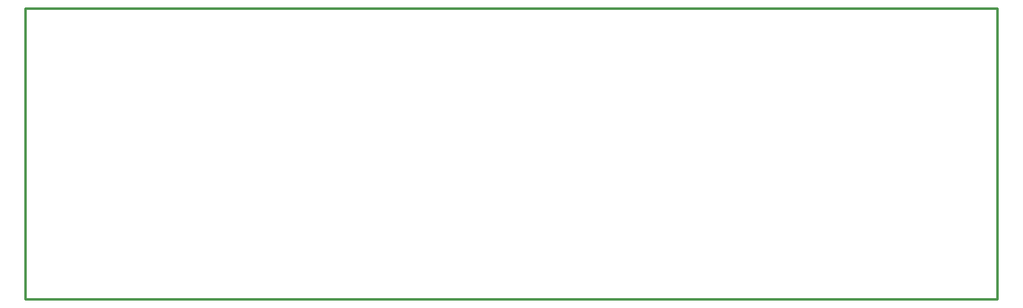
<source format=gm1>
G04*
G04 #@! TF.GenerationSoftware,Altium Limited,Altium Designer,23.9.2 (47)*
G04*
G04 Layer_Color=16711935*
%FSLAX44Y44*%
%MOMM*%
G71*
G04*
G04 #@! TF.SameCoordinates,157385A2-C64E-4232-8B57-420B110F1FB1*
G04*
G04*
G04 #@! TF.FilePolarity,Positive*
G04*
G01*
G75*
%ADD28C,0.5000*%
D28*
X2000000D02*
Y600000D01*
X0Y0D02*
X2000000D01*
X0Y600000D02*
X2000000D01*
X0Y0D02*
Y600000D01*
M02*

</source>
